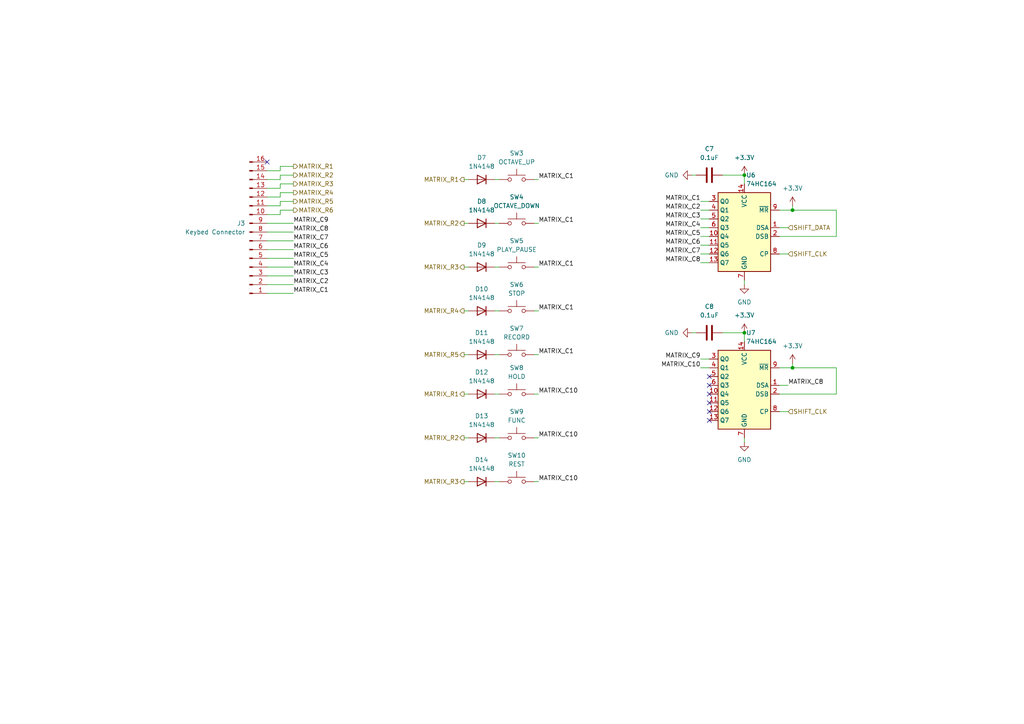
<source format=kicad_sch>
(kicad_sch (version 20211123) (generator eeschema)
  (paper "A4")
  (title_block (title "Key Matrix") (rev "1"))
  (lib_symbols
    (symbol "74xx:74HC164"
      (property "Reference" "U" (at 1.905 -13.97 0))
      (property "Value" "74HC164" (at 1.905 -16.51 0))
      (symbol "74HC164_0_1"
        (rectangle (start 7.62 10.16) (end -7.62 -12.7) (stroke (width 0.254)) (fill (type background)))
      )
      (symbol "74HC164_1_1"
        (pin input line (at -10.16 0 0) (length 2.54) (name "DSA") (number "1"))
        (pin output line (at 10.16 -2.54 180) (length 2.54) (name "Q4") (number "10"))
        (pin output line (at 10.16 -5.08 180) (length 2.54) (name "Q5") (number "11"))
        (pin output line (at 10.16 -7.62 180) (length 2.54) (name "Q6") (number "12"))
        (pin output line (at 10.16 -10.16 180) (length 2.54) (name "Q7") (number "13"))
        (pin power_in line (at 0 12.7 270) (length 2.54) (name "VCC") (number "14"))
        (pin input line (at -10.16 -2.54 0) (length 2.54) (name "DSB") (number "2"))
        (pin output line (at 10.16 7.62 180) (length 2.54) (name "Q0") (number "3"))
        (pin output line (at 10.16 5.08 180) (length 2.54) (name "Q1") (number "4"))
        (pin output line (at 10.16 2.54 180) (length 2.54) (name "Q2") (number "5"))
        (pin output line (at 10.16 0 180) (length 2.54) (name "Q3") (number "6"))
        (pin power_in line (at 0 -15.24 90) (length 2.54) (name "GND") (number "7"))
        (pin input line (at -10.16 -7.62 0) (length 2.54) (name "CP") (number "8"))
        (pin input line (at -10.16 5.08 0) (length 2.54) (name "~{MR}") (number "9"))
      )
    )
    (symbol "Connector:Conn_01x16_Male" (pin_names (offset 1.016) hide)
      (property "Reference" "J" (at 0 20.32 0))
      (property "Value" "Conn_01x16_Male" (at 0 -22.86 0))
      (symbol "Conn_01x16_Male_1_1"
        (polyline (pts (xy 1.27 -20.32) (xy 0.8636 -20.32)) (stroke (width 0.1524)))
        (polyline (pts (xy 1.27 -17.78) (xy 0.8636 -17.78)) (stroke (width 0.1524)))
        (polyline (pts (xy 1.27 -15.24) (xy 0.8636 -15.24)) (stroke (width 0.1524)))
        (polyline (pts (xy 1.27 -12.7) (xy 0.8636 -12.7)) (stroke (width 0.1524)))
        (polyline (pts (xy 1.27 -10.16) (xy 0.8636 -10.16)) (stroke (width 0.1524)))
        (polyline (pts (xy 1.27 -7.62) (xy 0.8636 -7.62)) (stroke (width 0.1524)))
        (polyline (pts (xy 1.27 -5.08) (xy 0.8636 -5.08)) (stroke (width 0.1524)))
        (polyline (pts (xy 1.27 -2.54) (xy 0.8636 -2.54)) (stroke (width 0.1524)))
        (polyline (pts (xy 1.27 0) (xy 0.8636 0)) (stroke (width 0.1524)))
        (polyline (pts (xy 1.27 2.54) (xy 0.8636 2.54)) (stroke (width 0.1524)))
        (polyline (pts (xy 1.27 5.08) (xy 0.8636 5.08)) (stroke (width 0.1524)))
        (polyline (pts (xy 1.27 7.62) (xy 0.8636 7.62)) (stroke (width 0.1524)))
        (polyline (pts (xy 1.27 10.16) (xy 0.8636 10.16)) (stroke (width 0.1524)))
        (polyline (pts (xy 1.27 12.7) (xy 0.8636 12.7)) (stroke (width 0.1524)))
        (polyline (pts (xy 1.27 15.24) (xy 0.8636 15.24)) (stroke (width 0.1524)))
        (polyline (pts (xy 1.27 17.78) (xy 0.8636 17.78)) (stroke (width 0.1524)))
        (rectangle (start 0.8636 -20.193) (end 0 -20.447) (stroke (width 0.1524)) (fill (type outline)))
        (rectangle (start 0.8636 -17.653) (end 0 -17.907) (stroke (width 0.1524)) (fill (type outline)))
        (rectangle (start 0.8636 -15.113) (end 0 -15.367) (stroke (width 0.1524)) (fill (type outline)))
        (rectangle (start 0.8636 -12.573) (end 0 -12.827) (stroke (width 0.1524)) (fill (type outline)))
        (rectangle (start 0.8636 -10.033) (end 0 -10.287) (stroke (width 0.1524)) (fill (type outline)))
        (rectangle (start 0.8636 -7.493) (end 0 -7.747) (stroke (width 0.1524)) (fill (type outline)))
        (rectangle (start 0.8636 -4.953) (end 0 -5.207) (stroke (width 0.1524)) (fill (type outline)))
        (rectangle (start 0.8636 -2.413) (end 0 -2.667) (stroke (width 0.1524)) (fill (type outline)))
        (rectangle (start 0.8636 0.127) (end 0 -0.127) (stroke (width 0.1524)) (fill (type outline)))
        (rectangle (start 0.8636 2.667) (end 0 2.413) (stroke (width 0.1524)) (fill (type outline)))
        (rectangle (start 0.8636 5.207) (end 0 4.953) (stroke (width 0.1524)) (fill (type outline)))
        (rectangle (start 0.8636 7.747) (end 0 7.493) (stroke (width 0.1524)) (fill (type outline)))
        (rectangle (start 0.8636 10.287) (end 0 10.033) (stroke (width 0.1524)) (fill (type outline)))
        (rectangle (start 0.8636 12.827) (end 0 12.573) (stroke (width 0.1524)) (fill (type outline)))
        (rectangle (start 0.8636 15.367) (end 0 15.113) (stroke (width 0.1524)) (fill (type outline)))
        (rectangle (start 0.8636 17.907) (end 0 17.653) (stroke (width 0.1524)) (fill (type outline)))
        (pin passive line (at 5.08 17.78 180) (length 3.81) (name "Pin_1") (number "1"))
        (pin passive line (at 5.08 -5.08 180) (length 3.81) (name "Pin_10") (number "10"))
        (pin passive line (at 5.08 -7.62 180) (length 3.81) (name "Pin_11") (number "11"))
        (pin passive line (at 5.08 -10.16 180) (length 3.81) (name "Pin_12") (number "12"))
        (pin passive line (at 5.08 -12.7 180) (length 3.81) (name "Pin_13") (number "13"))
        (pin passive line (at 5.08 -15.24 180) (length 3.81) (name "Pin_14") (number "14"))
        (pin passive line (at 5.08 -17.78 180) (length 3.81) (name "Pin_15") (number "15"))
        (pin passive line (at 5.08 -20.32 180) (length 3.81) (name "Pin_16") (number "16"))
        (pin passive line (at 5.08 15.24 180) (length 3.81) (name "Pin_2") (number "2"))
        (pin passive line (at 5.08 12.7 180) (length 3.81) (name "Pin_3") (number "3"))
        (pin passive line (at 5.08 10.16 180) (length 3.81) (name "Pin_4") (number "4"))
        (pin passive line (at 5.08 7.62 180) (length 3.81) (name "Pin_5") (number "5"))
        (pin passive line (at 5.08 5.08 180) (length 3.81) (name "Pin_6") (number "6"))
        (pin passive line (at 5.08 2.54 180) (length 3.81) (name "Pin_7") (number "7"))
        (pin passive line (at 5.08 0 180) (length 3.81) (name "Pin_8") (number "8"))
        (pin passive line (at 5.08 -2.54 180) (length 3.81) (name "Pin_9") (number "9"))
      )
    )
    (symbol "Device:C" (pin_numbers hide) (pin_names (offset 0.254))
      (property "Reference" "C" (at 0.635 2.54 0))
      (property "Value" "C" (at 0.635 -2.54 0))
      (symbol "C_0_1"
        (polyline (pts (xy -2.032 -0.762) (xy 2.032 -0.762)) (stroke (width 0.508)))
        (polyline (pts (xy -2.032 0.762) (xy 2.032 0.762)) (stroke (width 0.508)))
      )
      (symbol "C_1_1"
        (pin passive line (at 0 3.81 270) (length 2.794) (name "~") (number "1"))
        (pin passive line (at 0 -3.81 90) (length 2.794) (name "~") (number "2"))
      )
    )
    (symbol "Diode:1N4148" (pin_numbers hide) (pin_names (offset 1.016) hide)
      (property "Reference" "D" (at 0 2.54 0))
      (property "Value" "1N4148" (at 0 -2.54 0))
      (symbol "1N4148_0_1"
        (polyline (pts (xy -1.27 1.27) (xy -1.27 -1.27)) (stroke (width 0.254)))
        (polyline (pts (xy 1.27 0) (xy -1.27 0)))
        (polyline (pts (xy 1.27 1.27) (xy 1.27 -1.27) (xy -1.27 0) (xy 1.27 1.27)) (stroke (width 0.254)))
      )
      (symbol "1N4148_1_1"
        (pin passive line (at -3.81 0 0) (length 2.54) (name "K") (number "1"))
        (pin passive line (at 3.81 0 180) (length 2.54) (name "A") (number "2"))
      )
    )
    (symbol "Switch:SW_Push" (pin_numbers hide) (pin_names (offset 1.016) hide)
      (property "Reference" "SW" (at 1.27 2.54 0))
      (property "Value" "SW_Push" (at 0 -1.524 0))
      (symbol "SW_Push_0_1"
        (circle (center -2.032 0) (radius 0.508))
        (polyline (pts (xy 0 1.27) (xy 0 3.048)))
        (polyline (pts (xy 2.54 1.27) (xy -2.54 1.27)))
        (circle (center 2.032 0) (radius 0.508))
        (pin passive line (at -5.08 0 0) (length 2.54) (name "1") (number "1"))
        (pin passive line (at 5.08 0 180) (length 2.54) (name "2") (number "2"))
      )
    )
    (symbol "power:+3.3V" (power) (pin_names (offset 0))
      (property "Value" "+3.3V" (at 0 3.556 0))
      (symbol "+3.3V_0_1"
        (polyline (pts (xy -0.762 1.27) (xy 0 2.54)))
        (polyline (pts (xy 0 0) (xy 0 2.54)))
        (polyline (pts (xy 0 2.54) (xy 0.762 1.27)))
      )
      (symbol "+3.3V_1_1"
        (pin power_in line (at 0 0 90) (length 0) hide (name "+3.3V") (number "1"))
      )
    )
    (symbol "power:GND" (power) (pin_names (offset 0))
      (property "Value" "GND" (at 0 -3.81 0))
      (symbol "GND_0_1"
        (polyline (pts (xy 0 0) (xy 0 -1.27) (xy 1.27 -1.27) (xy 0 -2.54) (xy -1.27 -1.27) (xy 0 -1.27)))
      )
      (symbol "GND_1_1"
        (pin power_in line (at 0 0 270) (length 0) hide (name "GND") (number "1"))
      )
    )
  )
  (junction (at 215.9 50.8))
  (junction (at 229.87 106.68))
  (junction (at 229.87 60.96))
  (junction (at 215.9 96.52))
  (no_connect (at 205.74 109.22))
  (no_connect (at 205.74 121.92))
  (no_connect (at 205.74 116.84))
  (no_connect (at 205.74 114.3))
  (no_connect (at 77.47 46.99))
  (no_connect (at 205.74 119.38))
  (no_connect (at 205.74 111.76))
  (wire (pts (xy 81.28 50.8) (xy 85.09 50.8)))
  (wire (pts (xy 154.94 77.47) (xy 156.21 77.47)))
  (wire (pts (xy 81.28 59.69) (xy 81.28 58.42)))
  (wire (pts (xy 226.06 68.58) (xy 242.57 68.58)))
  (wire (pts (xy 81.28 53.34) (xy 85.09 53.34)))
  (wire (pts (xy 154.94 64.77) (xy 156.21 64.77)))
  (wire (pts (xy 81.28 57.15) (xy 81.28 55.88)))
  (wire (pts (xy 143.51 52.07) (xy 144.78 52.07)))
  (wire (pts (xy 203.2 60.96) (xy 205.74 60.96)))
  (wire (pts (xy 134.62 127) (xy 135.89 127)))
  (wire (pts (xy 200.66 96.52) (xy 201.93 96.52)))
  (wire (pts (xy 242.57 68.58) (xy 242.57 60.96)))
  (wire (pts (xy 77.47 77.47) (xy 85.09 77.47)))
  (wire (pts (xy 226.06 106.68) (xy 229.87 106.68)))
  (wire (pts (xy 215.9 96.52) (xy 215.9 99.06)))
  (wire (pts (xy 200.66 50.8) (xy 201.93 50.8)))
  (wire (pts (xy 226.06 114.3) (xy 242.57 114.3)))
  (wire (pts (xy 229.87 106.68) (xy 229.87 105.41)))
  (wire (pts (xy 81.28 62.23) (xy 81.28 60.96)))
  (wire (pts (xy 226.06 73.66) (xy 228.6 73.66)))
  (wire (pts (xy 77.47 57.15) (xy 81.28 57.15)))
  (wire (pts (xy 81.28 49.53) (xy 81.28 48.26)))
  (wire (pts (xy 226.06 66.04) (xy 228.6 66.04)))
  (wire (pts (xy 203.2 73.66) (xy 205.74 73.66)))
  (wire (pts (xy 77.47 59.69) (xy 81.28 59.69)))
  (wire (pts (xy 77.47 67.31) (xy 85.09 67.31)))
  (wire (pts (xy 77.47 72.39) (xy 85.09 72.39)))
  (wire (pts (xy 134.62 64.77) (xy 135.89 64.77)))
  (wire (pts (xy 242.57 114.3) (xy 242.57 106.68)))
  (wire (pts (xy 229.87 60.96) (xy 229.87 59.69)))
  (wire (pts (xy 77.47 54.61) (xy 81.28 54.61)))
  (wire (pts (xy 143.51 90.17) (xy 144.78 90.17)))
  (wire (pts (xy 134.62 77.47) (xy 135.89 77.47)))
  (wire (pts (xy 77.47 74.93) (xy 85.09 74.93)))
  (wire (pts (xy 143.51 64.77) (xy 144.78 64.77)))
  (wire (pts (xy 203.2 104.14) (xy 205.74 104.14)))
  (wire (pts (xy 77.47 52.07) (xy 81.28 52.07)))
  (wire (pts (xy 81.28 48.26) (xy 85.09 48.26)))
  (wire (pts (xy 77.47 49.53) (xy 81.28 49.53)))
  (wire (pts (xy 215.9 50.8) (xy 215.9 53.34)))
  (wire (pts (xy 134.62 139.7) (xy 135.89 139.7)))
  (wire (pts (xy 143.51 114.3) (xy 144.78 114.3)))
  (wire (pts (xy 203.2 68.58) (xy 205.74 68.58)))
  (wire (pts (xy 226.06 111.76) (xy 228.6 111.76)))
  (wire (pts (xy 81.28 52.07) (xy 81.28 50.8)))
  (wire (pts (xy 154.94 52.07) (xy 156.21 52.07)))
  (wire (pts (xy 77.47 82.55) (xy 85.09 82.55)))
  (wire (pts (xy 134.62 90.17) (xy 135.89 90.17)))
  (wire (pts (xy 203.2 58.42) (xy 205.74 58.42)))
  (wire (pts (xy 154.94 90.17) (xy 156.21 90.17)))
  (wire (pts (xy 143.51 139.7) (xy 144.78 139.7)))
  (wire (pts (xy 209.55 96.52) (xy 215.9 96.52)))
  (wire (pts (xy 203.2 63.5) (xy 205.74 63.5)))
  (wire (pts (xy 226.06 60.96) (xy 229.87 60.96)))
  (wire (pts (xy 81.28 54.61) (xy 81.28 53.34)))
  (wire (pts (xy 77.47 62.23) (xy 81.28 62.23)))
  (wire (pts (xy 215.9 81.28) (xy 215.9 82.55)))
  (wire (pts (xy 203.2 71.12) (xy 205.74 71.12)))
  (wire (pts (xy 154.94 102.87) (xy 156.21 102.87)))
  (wire (pts (xy 203.2 66.04) (xy 205.74 66.04)))
  (wire (pts (xy 154.94 139.7) (xy 156.21 139.7)))
  (wire (pts (xy 77.47 80.01) (xy 85.09 80.01)))
  (wire (pts (xy 77.47 85.09) (xy 85.09 85.09)))
  (wire (pts (xy 203.2 76.2) (xy 205.74 76.2)))
  (wire (pts (xy 81.28 58.42) (xy 85.09 58.42)))
  (wire (pts (xy 242.57 60.96) (xy 229.87 60.96)))
  (wire (pts (xy 226.06 119.38) (xy 228.6 119.38)))
  (wire (pts (xy 143.51 102.87) (xy 144.78 102.87)))
  (wire (pts (xy 203.2 106.68) (xy 205.74 106.68)))
  (wire (pts (xy 77.47 64.77) (xy 85.09 64.77)))
  (wire (pts (xy 134.62 52.07) (xy 135.89 52.07)))
  (wire (pts (xy 154.94 127) (xy 156.21 127)))
  (wire (pts (xy 77.47 69.85) (xy 85.09 69.85)))
  (wire (pts (xy 143.51 77.47) (xy 144.78 77.47)))
  (wire (pts (xy 143.51 127) (xy 144.78 127)))
  (wire (pts (xy 81.28 60.96) (xy 85.09 60.96)))
  (wire (pts (xy 209.55 50.8) (xy 215.9 50.8)))
  (wire (pts (xy 134.62 114.3) (xy 135.89 114.3)))
  (wire (pts (xy 134.62 102.87) (xy 135.89 102.87)))
  (wire (pts (xy 215.9 127) (xy 215.9 128.27)))
  (wire (pts (xy 154.94 114.3) (xy 156.21 114.3)))
  (wire (pts (xy 242.57 106.68) (xy 229.87 106.68)))
  (wire (pts (xy 81.28 55.88) (xy 85.09 55.88)))
  (label "MATRIX_C1" (at 85.09 85.09 0))
  (label "MATRIX_C8" (at 228.6 111.76 0))
  (label "MATRIX_C9" (at 203.2 104.14 180))
  (label "MATRIX_C4" (at 203.2 66.04 180))
  (label "MATRIX_C10" (at 156.21 127 0))
  (label "MATRIX_C1" (at 156.21 64.77 0))
  (label "MATRIX_C1" (at 156.21 77.47 0))
  (label "MATRIX_C4" (at 85.09 77.47 0))
  (label "MATRIX_C5" (at 203.2 68.58 180))
  (label "MATRIX_C3" (at 85.09 80.01 0))
  (label "MATRIX_C8" (at 85.09 67.31 0))
  (label "MATRIX_C1" (at 156.21 90.17 0))
  (label "MATRIX_C10" (at 203.2 106.68 180))
  (label "MATRIX_C10" (at 156.21 139.7 0))
  (label "MATRIX_C3" (at 203.2 63.5 180))
  (label "MATRIX_C6" (at 85.09 72.39 0))
  (label "MATRIX_C7" (at 85.09 69.85 0))
  (label "MATRIX_C1" (at 156.21 102.87 0))
  (label "MATRIX_C2" (at 85.09 82.55 0))
  (label "MATRIX_C1" (at 156.21 52.07 0))
  (label "MATRIX_C9" (at 85.09 64.77 0))
  (label "MATRIX_C10" (at 156.21 114.3 0))
  (label "MATRIX_C6" (at 203.2 71.12 180))
  (label "MATRIX_C8" (at 203.2 76.2 180))
  (label "MATRIX_C1" (at 203.2 58.42 180))
  (label "MATRIX_C7" (at 203.2 73.66 180))
  (label "MATRIX_C5" (at 85.09 74.93 0))
  (label "MATRIX_C2" (at 203.2 60.96 180))
  (hierarchical_label "MATRIX_R1" (shape output) (at 85.09 48.26 0))
  (hierarchical_label "MATRIX_R4" (shape output) (at 134.62 90.17 180))
  (hierarchical_label "SHIFT_CLK" (shape input) (at 228.6 73.66 0))
  (hierarchical_label "MATRIX_R6" (shape output) (at 85.09 60.96 0))
  (hierarchical_label "MATRIX_R1" (shape output) (at 134.62 114.3 180))
  (hierarchical_label "MATRIX_R5" (shape output) (at 85.09 58.42 0))
  (hierarchical_label "MATRIX_R4" (shape output) (at 85.09 55.88 0))
  (hierarchical_label "MATRIX_R2" (shape output) (at 134.62 127 180))
  (hierarchical_label "MATRIX_R3" (shape output) (at 85.09 53.34 0))
  (hierarchical_label "SHIFT_CLK" (shape input) (at 228.6 119.38 0))
  (hierarchical_label "MATRIX_R2" (shape output) (at 134.62 64.77 180))
  (hierarchical_label "MATRIX_R3" (shape output) (at 134.62 77.47 180))
  (hierarchical_label "MATRIX_R5" (shape output) (at 134.62 102.87 180))
  (hierarchical_label "MATRIX_R3" (shape output) (at 134.62 139.7 180))
  (hierarchical_label "SHIFT_DATA" (shape input) (at 228.6 66.04 0))
  (hierarchical_label "MATRIX_R1" (shape output) (at 134.62 52.07 180))
  (hierarchical_label "MATRIX_R2" (shape output) (at 85.09 50.8 0))
  (symbol (lib_id "Diode:1N4148") (at 139.7 127 180) (unit 1)
    (property "Reference" "D13" (at 139.7 120.65 0))
    (property "Value" "1N4148" (at 139.7 123.19 0))
    (property "Footprint" "Diode_THT:D_DO-35_SOD27_P7.62mm_Horizontal" (effects hide))
    (property "Datasheet" "https://assets.nexperia.com/documents/data-sheet/1N4148_1N4448.pdf" (effects hide))
    (property "Supplier" "Tayda" (effects hide))
    (property "Manufacturer" "PHILIPS/NXP/ON SEMICONDUCTOR//TAK CHEONG" (effects hide))
    (property "Manufacturer Part No." "1N4148" (effects hide))
    (property "Supplier Part No." "A-157" (effects hide))
  )
  (symbol (lib_id "Diode:1N4148") (at 139.7 90.17 180) (unit 1)
    (property "Reference" "D10" (at 139.7 83.82 0))
    (property "Value" "1N4148" (at 139.7 86.36 0))
    (property "Footprint" "Diode_THT:D_DO-35_SOD27_P7.62mm_Horizontal" (effects hide))
    (property "Datasheet" "https://assets.nexperia.com/documents/data-sheet/1N4148_1N4448.pdf" (effects hide))
    (property "Supplier" "Tayda" (effects hide))
    (property "Manufacturer" "PHILIPS/NXP/ON SEMICONDUCTOR//TAK CHEONG" (effects hide))
    (property "Manufacturer Part No." "1N4148" (effects hide))
    (property "Supplier Part No." "A-157" (effects hide))
  )
  (symbol (lib_id "Switch:SW_Push") (at 149.86 52.07 0) (unit 1)
    (property "Reference" "SW3" (at 149.86 44.45 0))
    (property "Value" "OCTAVE_UP" (at 149.86 46.99 0))
    (property "Footprint" "Button_Switch_THT:SW_PUSH_6mm" (effects hide))
    (property "Supplier" "Tayda" (effects hide))
    (property "Supplier Part No." "A-5127" (effects hide))
    (property "Manufacturer" "WEALTH METAL" (effects hide))
    (property "Manufacturer Part No." "Tact Switch 6x6mm 5mm" (effects hide))
  )
  (symbol (lib_id "Diode:1N4148") (at 139.7 52.07 180) (unit 1)
    (property "Reference" "D7" (at 139.7 45.72 0))
    (property "Value" "1N4148" (at 139.7 48.26 0))
    (property "Footprint" "Diode_THT:D_DO-35_SOD27_P7.62mm_Horizontal" (effects hide))
    (property "Datasheet" "https://assets.nexperia.com/documents/data-sheet/1N4148_1N4448.pdf" (effects hide))
    (property "Supplier" "Tayda" (effects hide))
    (property "Manufacturer" "PHILIPS/NXP/ON SEMICONDUCTOR//TAK CHEONG" (effects hide))
    (property "Manufacturer Part No." "1N4148" (effects hide))
    (property "Supplier Part No." "A-157" (effects hide))
  )
  (symbol (lib_id "Switch:SW_Push") (at 149.86 90.17 0) (unit 1)
    (property "Reference" "SW6" (at 149.86 82.55 0))
    (property "Value" "STOP" (at 149.86 85.09 0))
    (property "Footprint" "Button_Switch_THT:SW_PUSH_6mm" (effects hide))
    (property "Supplier" "Tayda" (effects hide))
    (property "Supplier Part No." "A-5127" (effects hide))
    (property "Manufacturer" "WEALTH METAL" (effects hide))
    (property "Manufacturer Part No." "Tact Switch 6x6mm 5mm" (effects hide))
  )
  (symbol (lib_id "Device:C") (at 205.74 50.8 90) (unit 1)
    (property "Reference" "C7" (at 205.74 43.18 90))
    (property "Value" "0.1uF" (at 205.74 45.72 90))
    (property "Footprint" "AEC_Capacitors:C_Disc_D5.0mm_W2.5mm_P3.0mm" (effects hide))
    (property "Supplier" "Tayda" (effects hide))
    (property "Manufacturer" "AEC" (effects hide))
    (property "Manufacturer Part No." "0.1uF 50V Ceramic Disc Capacitor" (effects hide))
    (property "Supplier Part No." "A-4008" (effects hide))
    (property "Notes" "Ceramic" (effects hide))
  )
  (symbol (lib_id "Device:C") (at 205.74 96.52 90) (unit 1)
    (property "Reference" "C8" (at 205.74 88.9 90))
    (property "Value" "0.1uF" (at 205.74 91.44 90))
    (property "Footprint" "AEC_Capacitors:C_Disc_D5.0mm_W2.5mm_P3.0mm" (effects hide))
    (property "Supplier" "Tayda" (effects hide))
    (property "Manufacturer" "AEC" (effects hide))
    (property "Manufacturer Part No." "0.1uF 50V Ceramic Disc Capacitor" (effects hide))
    (property "Supplier Part No." "A-4008" (effects hide))
    (property "Notes" "Ceramic" (effects hide))
  )
  (symbol (lib_id "Switch:SW_Push") (at 149.86 64.77 0) (unit 1)
    (property "Reference" "SW4" (at 149.86 57.15 0))
    (property "Value" "OCTAVE_DOWN" (at 149.86 59.69 0))
    (property "Footprint" "Button_Switch_THT:SW_PUSH_6mm" (effects hide))
    (property "Supplier" "Tayda" (effects hide))
    (property "Supplier Part No." "A-5127" (effects hide))
    (property "Manufacturer" "WEALTH METAL" (effects hide))
    (property "Manufacturer Part No." "Tact Switch 6x6mm 5mm" (effects hide))
  )
  (symbol (lib_id "Diode:1N4148") (at 139.7 64.77 180) (unit 1)
    (property "Reference" "D8" (at 139.7 58.42 0))
    (property "Value" "1N4148" (at 139.7 60.96 0))
    (property "Footprint" "Diode_THT:D_DO-35_SOD27_P7.62mm_Horizontal" (effects hide))
    (property "Datasheet" "https://assets.nexperia.com/documents/data-sheet/1N4148_1N4448.pdf" (effects hide))
    (property "Supplier" "Tayda" (effects hide))
    (property "Manufacturer" "PHILIPS/NXP/ON SEMICONDUCTOR//TAK CHEONG" (effects hide))
    (property "Manufacturer Part No." "1N4148" (effects hide))
    (property "Supplier Part No." "A-157" (effects hide))
  )
  (symbol (lib_id "Diode:1N4148") (at 139.7 102.87 180) (unit 1)
    (property "Reference" "D11" (at 139.7 96.52 0))
    (property "Value" "1N4148" (at 139.7 99.06 0))
    (property "Footprint" "Diode_THT:D_DO-35_SOD27_P7.62mm_Horizontal" (effects hide))
    (property "Datasheet" "https://assets.nexperia.com/documents/data-sheet/1N4148_1N4448.pdf" (effects hide))
    (property "Supplier" "Tayda" (effects hide))
    (property "Manufacturer" "PHILIPS/NXP/ON SEMICONDUCTOR//TAK CHEONG" (effects hide))
    (property "Manufacturer Part No." "1N4148" (effects hide))
    (property "Supplier Part No." "A-157" (effects hide))
  )
  (symbol (lib_id "power:GND") (at 215.9 82.55 0) (unit 1)
    (property "Reference" "#PWR039" (effects hide))
    (property "Value" "GND" (at 215.9 87.63 0))
  )
  (symbol (lib_id "Switch:SW_Push") (at 149.86 139.7 0) (unit 1)
    (property "Reference" "SW10" (at 149.86 132.08 0))
    (property "Value" "REST" (at 149.86 134.62 0))
    (property "Footprint" "Button_Switch_THT:SW_PUSH_6mm" (effects hide))
    (property "Supplier" "Tayda" (effects hide))
    (property "Supplier Part No." "A-5127" (effects hide))
    (property "Manufacturer" "WEALTH METAL" (effects hide))
    (property "Manufacturer Part No." "Tact Switch 6x6mm 5mm" (effects hide))
  )
  (symbol (lib_id "Switch:SW_Push") (at 149.86 77.47 0) (unit 1)
    (property "Reference" "SW5" (at 149.86 69.85 0))
    (property "Value" "PLAY_PAUSE" (at 149.86 72.39 0))
    (property "Footprint" "Button_Switch_THT:SW_PUSH_6mm" (effects hide))
    (property "Supplier" "Tayda" (effects hide))
    (property "Supplier Part No." "A-5127" (effects hide))
    (property "Manufacturer" "WEALTH METAL" (effects hide))
    (property "Manufacturer Part No." "Tact Switch 6x6mm 5mm" (effects hide))
  )
  (symbol (lib_id "power:GND") (at 200.66 50.8 270) (unit 1)
    (property "Reference" "#PWR036" (effects hide))
    (property "Value" "GND" (at 196.85 50.7999 90) (effects (justify right)))
  )
  (symbol (lib_id "Diode:1N4148") (at 139.7 139.7 180) (unit 1)
    (property "Reference" "D14" (at 139.7 133.35 0))
    (property "Value" "1N4148" (at 139.7 135.89 0))
    (property "Footprint" "Diode_THT:D_DO-35_SOD27_P7.62mm_Horizontal" (effects hide))
    (property "Datasheet" "https://assets.nexperia.com/documents/data-sheet/1N4148_1N4448.pdf" (effects hide))
    (property "Supplier" "Tayda" (effects hide))
    (property "Manufacturer" "PHILIPS/NXP/ON SEMICONDUCTOR//TAK CHEONG" (effects hide))
    (property "Manufacturer Part No." "1N4148" (effects hide))
    (property "Supplier Part No." "A-157" (effects hide))
  )
  (symbol (lib_id "Connector:Conn_01x16_Male") (at 72.39 67.31 0) (mirror x) (unit 1)
    (property "Reference" "J3" (at 71.12 64.7699 0) (effects (justify right)))
    (property "Value" "Keybed Connector" (at 71.12 67.3099 0) (effects (justify right)))
    (property "Footprint" "Connector_IDC:IDC-Header_2x08_P2.54mm_Vertical" (effects hide))
    (property "Supplier" "Tayda" (effects hide))
    (property "Manufacturer" "TAIWAN" (effects hide))
    (property "Manufacturer Part No." "BHD16PHZT" (effects hide))
    (property "Supplier Part No." "A-2956" (effects hide))
  )
  (symbol (lib_id "power:+3.3V") (at 229.87 105.41 0) (unit 1)
    (property "Reference" "#PWR043" (effects hide))
    (property "Value" "+3.3V" (at 229.87 100.33 0))
  )
  (symbol (lib_id "Diode:1N4148") (at 139.7 114.3 180) (unit 1)
    (property "Reference" "D12" (at 139.7 107.95 0))
    (property "Value" "1N4148" (at 139.7 110.49 0))
    (property "Footprint" "Diode_THT:D_DO-35_SOD27_P7.62mm_Horizontal" (effects hide))
    (property "Datasheet" "https://assets.nexperia.com/documents/data-sheet/1N4148_1N4448.pdf" (effects hide))
    (property "Supplier" "Tayda" (effects hide))
    (property "Manufacturer" "PHILIPS/NXP/ON SEMICONDUCTOR//TAK CHEONG" (effects hide))
    (property "Manufacturer Part No." "1N4148" (effects hide))
    (property "Supplier Part No." "A-157" (effects hide))
  )
  (symbol (lib_id "74xx:74HC164") (at 215.9 111.76 0) (mirror y) (unit 1)
    (property "Reference" "U7" (at 216.4206 96.52 0) (effects (justify right)))
    (property "Value" "74HC164" (at 216.4206 99.06 0) (effects (justify right)))
    (property "Footprint" "Package_DIP:DIP-14_W7.62mm_Socket" (effects hide))
    (property "Datasheet" "https://assets.nexperia.com/documents/data-sheet/74HC_HCT164.pdf" (effects hide))
    (property "Supplier" "Tayda" (effects hide))
  )
  (symbol (lib_id "Switch:SW_Push") (at 149.86 114.3 0) (unit 1)
    (property "Reference" "SW8" (at 149.86 106.68 0))
    (property "Value" "HOLD" (at 149.86 109.22 0))
    (property "Footprint" "Button_Switch_THT:SW_PUSH_6mm" (effects hide))
    (property "Supplier" "Tayda" (effects hide))
    (property "Supplier Part No." "A-5127" (effects hide))
    (property "Manufacturer" "WEALTH METAL" (effects hide))
    (property "Manufacturer Part No." "Tact Switch 6x6mm 5mm" (effects hide))
  )
  (symbol (lib_id "74xx:74HC164") (at 215.9 66.04 0) (mirror y) (unit 1)
    (property "Reference" "U6" (at 216.4206 50.8 0) (effects (justify right)))
    (property "Value" "74HC164" (at 216.4206 53.34 0) (effects (justify right)))
    (property "Footprint" "Package_DIP:DIP-14_W7.62mm_Socket" (effects hide))
    (property "Datasheet" "https://assets.nexperia.com/documents/data-sheet/74HC_HCT164.pdf" (effects hide))
    (property "Supplier" "Tayda" (effects hide))
  )
  (symbol (lib_id "Switch:SW_Push") (at 149.86 127 0) (unit 1)
    (property "Reference" "SW9" (at 149.86 119.38 0))
    (property "Value" "FUNC" (at 149.86 121.92 0))
    (property "Footprint" "Button_Switch_THT:SW_PUSH_6mm" (effects hide))
    (property "Supplier" "Tayda" (effects hide))
    (property "Supplier Part No." "A-5127" (effects hide))
    (property "Manufacturer" "WEALTH METAL" (effects hide))
    (property "Manufacturer Part No." "Tact Switch 6x6mm 5mm" (effects hide))
  )
  (symbol (lib_id "power:GND") (at 200.66 96.52 270) (unit 1)
    (property "Reference" "#PWR037" (effects hide))
    (property "Value" "GND" (at 196.85 96.5199 90) (effects (justify right)))
  )
  (symbol (lib_id "Switch:SW_Push") (at 149.86 102.87 0) (unit 1)
    (property "Reference" "SW7" (at 149.86 95.25 0))
    (property "Value" "RECORD" (at 149.86 97.79 0))
    (property "Footprint" "Button_Switch_THT:SW_PUSH_6mm" (effects hide))
    (property "Supplier" "Tayda" (effects hide))
    (property "Supplier Part No." "A-5127" (effects hide))
    (property "Manufacturer" "WEALTH METAL" (effects hide))
    (property "Manufacturer Part No." "Tact Switch 6x6mm 5mm" (effects hide))
  )
  (symbol (lib_id "Diode:1N4148") (at 139.7 77.47 180) (unit 1)
    (property "Reference" "D9" (at 139.7 71.12 0))
    (property "Value" "1N4148" (at 139.7 73.66 0))
    (property "Footprint" "Diode_THT:D_DO-35_SOD27_P7.62mm_Horizontal" (effects hide))
    (property "Datasheet" "https://assets.nexperia.com/documents/data-sheet/1N4148_1N4448.pdf" (effects hide))
    (property "Supplier" "Tayda" (effects hide))
    (property "Manufacturer" "PHILIPS/NXP/ON SEMICONDUCTOR//TAK CHEONG" (effects hide))
    (property "Manufacturer Part No." "1N4148" (effects hide))
    (property "Supplier Part No." "A-157" (effects hide))
  )
  (symbol (lib_id "power:+3.3V") (at 215.9 96.52 0) (unit 1)
    (property "Reference" "#PWR040" (effects hide))
    (property "Value" "+3.3V" (at 215.9 91.44 0))
  )
  (symbol (lib_id "power:+3.3V") (at 229.87 59.69 0) (unit 1)
    (property "Reference" "#PWR042" (effects hide))
    (property "Value" "+3.3V" (at 229.87 54.61 0))
  )
  (symbol (lib_id "power:+3.3V") (at 215.9 50.8 0) (unit 1)
    (property "Reference" "#PWR038" (effects hide))
    (property "Value" "+3.3V" (at 215.9 45.72 0))
  )
  (symbol (lib_id "power:GND") (at 215.9 128.27 0) (unit 1)
    (property "Reference" "#PWR041" (effects hide))
    (property "Value" "GND" (at 215.9 133.35 0))
  )
)
</source>
